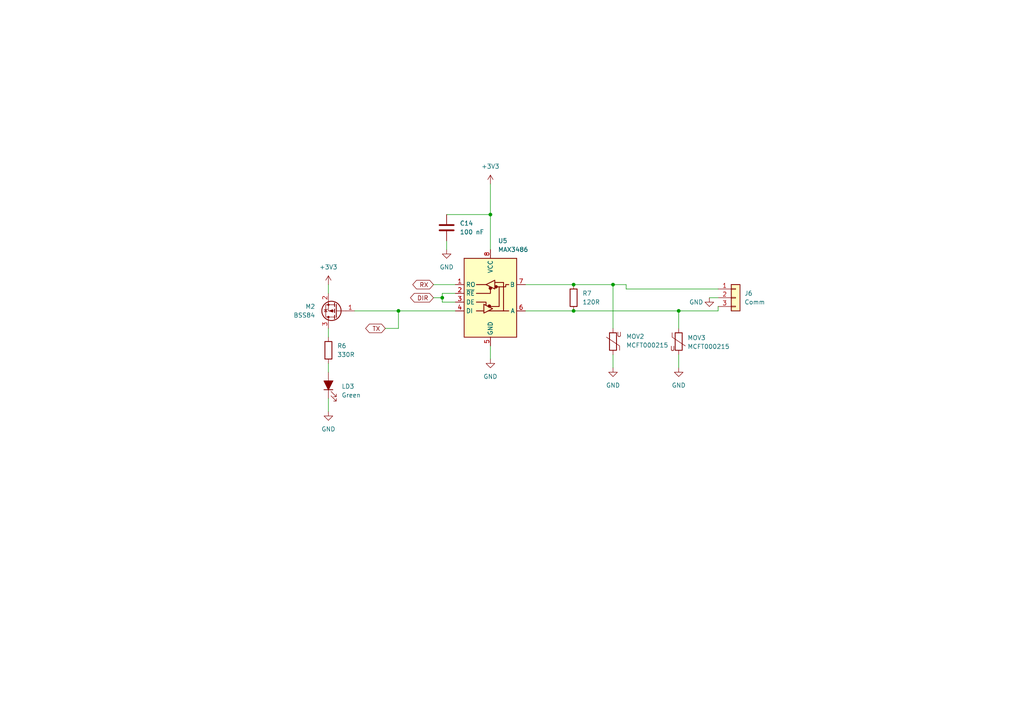
<source format=kicad_sch>
(kicad_sch (version 20230121) (generator eeschema)

  (uuid 129aff79-eb64-40b7-bc6d-5751d1d12727)

  (paper "A4")

  (lib_symbols
    (symbol "Connector_Generic:Conn_01x03" (pin_names (offset 1.016) hide) (in_bom yes) (on_board yes)
      (property "Reference" "J" (at 0 5.08 0)
        (effects (font (size 1.27 1.27)))
      )
      (property "Value" "Conn_01x03" (at 0 -5.08 0)
        (effects (font (size 1.27 1.27)))
      )
      (property "Footprint" "" (at 0 0 0)
        (effects (font (size 1.27 1.27)) hide)
      )
      (property "Datasheet" "~" (at 0 0 0)
        (effects (font (size 1.27 1.27)) hide)
      )
      (property "ki_keywords" "connector" (at 0 0 0)
        (effects (font (size 1.27 1.27)) hide)
      )
      (property "ki_description" "Generic connector, single row, 01x03, script generated (kicad-library-utils/schlib/autogen/connector/)" (at 0 0 0)
        (effects (font (size 1.27 1.27)) hide)
      )
      (property "ki_fp_filters" "Connector*:*_1x??_*" (at 0 0 0)
        (effects (font (size 1.27 1.27)) hide)
      )
      (symbol "Conn_01x03_1_1"
        (rectangle (start -1.27 -2.413) (end 0 -2.667)
          (stroke (width 0.1524) (type default))
          (fill (type none))
        )
        (rectangle (start -1.27 0.127) (end 0 -0.127)
          (stroke (width 0.1524) (type default))
          (fill (type none))
        )
        (rectangle (start -1.27 2.667) (end 0 2.413)
          (stroke (width 0.1524) (type default))
          (fill (type none))
        )
        (rectangle (start -1.27 3.81) (end 1.27 -3.81)
          (stroke (width 0.254) (type default))
          (fill (type background))
        )
        (pin passive line (at -5.08 2.54 0) (length 3.81)
          (name "Pin_1" (effects (font (size 1.27 1.27))))
          (number "1" (effects (font (size 1.27 1.27))))
        )
        (pin passive line (at -5.08 0 0) (length 3.81)
          (name "Pin_2" (effects (font (size 1.27 1.27))))
          (number "2" (effects (font (size 1.27 1.27))))
        )
        (pin passive line (at -5.08 -2.54 0) (length 3.81)
          (name "Pin_3" (effects (font (size 1.27 1.27))))
          (number "3" (effects (font (size 1.27 1.27))))
        )
      )
    )
    (symbol "Device:C" (pin_numbers hide) (pin_names (offset 0.254)) (in_bom yes) (on_board yes)
      (property "Reference" "C" (at 0.635 2.54 0)
        (effects (font (size 1.27 1.27)) (justify left))
      )
      (property "Value" "C" (at 0.635 -2.54 0)
        (effects (font (size 1.27 1.27)) (justify left))
      )
      (property "Footprint" "" (at 0.9652 -3.81 0)
        (effects (font (size 1.27 1.27)) hide)
      )
      (property "Datasheet" "~" (at 0 0 0)
        (effects (font (size 1.27 1.27)) hide)
      )
      (property "ki_keywords" "cap capacitor" (at 0 0 0)
        (effects (font (size 1.27 1.27)) hide)
      )
      (property "ki_description" "Unpolarized capacitor" (at 0 0 0)
        (effects (font (size 1.27 1.27)) hide)
      )
      (property "ki_fp_filters" "C_*" (at 0 0 0)
        (effects (font (size 1.27 1.27)) hide)
      )
      (symbol "C_0_1"
        (polyline
          (pts
            (xy -2.032 -0.762)
            (xy 2.032 -0.762)
          )
          (stroke (width 0.508) (type default))
          (fill (type none))
        )
        (polyline
          (pts
            (xy -2.032 0.762)
            (xy 2.032 0.762)
          )
          (stroke (width 0.508) (type default))
          (fill (type none))
        )
      )
      (symbol "C_1_1"
        (pin passive line (at 0 3.81 270) (length 2.794)
          (name "~" (effects (font (size 1.27 1.27))))
          (number "1" (effects (font (size 1.27 1.27))))
        )
        (pin passive line (at 0 -3.81 90) (length 2.794)
          (name "~" (effects (font (size 1.27 1.27))))
          (number "2" (effects (font (size 1.27 1.27))))
        )
      )
    )
    (symbol "Device:LED_Filled" (pin_numbers hide) (pin_names (offset 1.016) hide) (in_bom yes) (on_board yes)
      (property "Reference" "D" (at 0 2.54 0)
        (effects (font (size 1.27 1.27)))
      )
      (property "Value" "LED_Filled" (at 0 -2.54 0)
        (effects (font (size 1.27 1.27)))
      )
      (property "Footprint" "" (at 0 0 0)
        (effects (font (size 1.27 1.27)) hide)
      )
      (property "Datasheet" "~" (at 0 0 0)
        (effects (font (size 1.27 1.27)) hide)
      )
      (property "ki_keywords" "LED diode" (at 0 0 0)
        (effects (font (size 1.27 1.27)) hide)
      )
      (property "ki_description" "Light emitting diode, filled shape" (at 0 0 0)
        (effects (font (size 1.27 1.27)) hide)
      )
      (property "ki_fp_filters" "LED* LED_SMD:* LED_THT:*" (at 0 0 0)
        (effects (font (size 1.27 1.27)) hide)
      )
      (symbol "LED_Filled_0_1"
        (polyline
          (pts
            (xy -1.27 -1.27)
            (xy -1.27 1.27)
          )
          (stroke (width 0.254) (type default))
          (fill (type none))
        )
        (polyline
          (pts
            (xy -1.27 0)
            (xy 1.27 0)
          )
          (stroke (width 0) (type default))
          (fill (type none))
        )
        (polyline
          (pts
            (xy 1.27 -1.27)
            (xy 1.27 1.27)
            (xy -1.27 0)
            (xy 1.27 -1.27)
          )
          (stroke (width 0.254) (type default))
          (fill (type outline))
        )
        (polyline
          (pts
            (xy -3.048 -0.762)
            (xy -4.572 -2.286)
            (xy -3.81 -2.286)
            (xy -4.572 -2.286)
            (xy -4.572 -1.524)
          )
          (stroke (width 0) (type default))
          (fill (type none))
        )
        (polyline
          (pts
            (xy -1.778 -0.762)
            (xy -3.302 -2.286)
            (xy -2.54 -2.286)
            (xy -3.302 -2.286)
            (xy -3.302 -1.524)
          )
          (stroke (width 0) (type default))
          (fill (type none))
        )
      )
      (symbol "LED_Filled_1_1"
        (pin passive line (at -3.81 0 0) (length 2.54)
          (name "K" (effects (font (size 1.27 1.27))))
          (number "1" (effects (font (size 1.27 1.27))))
        )
        (pin passive line (at 3.81 0 180) (length 2.54)
          (name "A" (effects (font (size 1.27 1.27))))
          (number "2" (effects (font (size 1.27 1.27))))
        )
      )
    )
    (symbol "Device:Q_PMOS_GSD" (pin_names (offset 0) hide) (in_bom yes) (on_board yes)
      (property "Reference" "Q" (at 5.08 1.27 0)
        (effects (font (size 1.27 1.27)) (justify left))
      )
      (property "Value" "Q_PMOS_GSD" (at 5.08 -1.27 0)
        (effects (font (size 1.27 1.27)) (justify left))
      )
      (property "Footprint" "" (at 5.08 2.54 0)
        (effects (font (size 1.27 1.27)) hide)
      )
      (property "Datasheet" "~" (at 0 0 0)
        (effects (font (size 1.27 1.27)) hide)
      )
      (property "ki_keywords" "transistor PMOS P-MOS P-MOSFET" (at 0 0 0)
        (effects (font (size 1.27 1.27)) hide)
      )
      (property "ki_description" "P-MOSFET transistor, gate/source/drain" (at 0 0 0)
        (effects (font (size 1.27 1.27)) hide)
      )
      (symbol "Q_PMOS_GSD_0_1"
        (polyline
          (pts
            (xy 0.254 0)
            (xy -2.54 0)
          )
          (stroke (width 0) (type default))
          (fill (type none))
        )
        (polyline
          (pts
            (xy 0.254 1.905)
            (xy 0.254 -1.905)
          )
          (stroke (width 0.254) (type default))
          (fill (type none))
        )
        (polyline
          (pts
            (xy 0.762 -1.27)
            (xy 0.762 -2.286)
          )
          (stroke (width 0.254) (type default))
          (fill (type none))
        )
        (polyline
          (pts
            (xy 0.762 0.508)
            (xy 0.762 -0.508)
          )
          (stroke (width 0.254) (type default))
          (fill (type none))
        )
        (polyline
          (pts
            (xy 0.762 2.286)
            (xy 0.762 1.27)
          )
          (stroke (width 0.254) (type default))
          (fill (type none))
        )
        (polyline
          (pts
            (xy 2.54 2.54)
            (xy 2.54 1.778)
          )
          (stroke (width 0) (type default))
          (fill (type none))
        )
        (polyline
          (pts
            (xy 2.54 -2.54)
            (xy 2.54 0)
            (xy 0.762 0)
          )
          (stroke (width 0) (type default))
          (fill (type none))
        )
        (polyline
          (pts
            (xy 0.762 1.778)
            (xy 3.302 1.778)
            (xy 3.302 -1.778)
            (xy 0.762 -1.778)
          )
          (stroke (width 0) (type default))
          (fill (type none))
        )
        (polyline
          (pts
            (xy 2.286 0)
            (xy 1.27 0.381)
            (xy 1.27 -0.381)
            (xy 2.286 0)
          )
          (stroke (width 0) (type default))
          (fill (type outline))
        )
        (polyline
          (pts
            (xy 2.794 -0.508)
            (xy 2.921 -0.381)
            (xy 3.683 -0.381)
            (xy 3.81 -0.254)
          )
          (stroke (width 0) (type default))
          (fill (type none))
        )
        (polyline
          (pts
            (xy 3.302 -0.381)
            (xy 2.921 0.254)
            (xy 3.683 0.254)
            (xy 3.302 -0.381)
          )
          (stroke (width 0) (type default))
          (fill (type none))
        )
        (circle (center 1.651 0) (radius 2.794)
          (stroke (width 0.254) (type default))
          (fill (type none))
        )
        (circle (center 2.54 -1.778) (radius 0.254)
          (stroke (width 0) (type default))
          (fill (type outline))
        )
        (circle (center 2.54 1.778) (radius 0.254)
          (stroke (width 0) (type default))
          (fill (type outline))
        )
      )
      (symbol "Q_PMOS_GSD_1_1"
        (pin input line (at -5.08 0 0) (length 2.54)
          (name "G" (effects (font (size 1.27 1.27))))
          (number "1" (effects (font (size 1.27 1.27))))
        )
        (pin passive line (at 2.54 -5.08 90) (length 2.54)
          (name "S" (effects (font (size 1.27 1.27))))
          (number "2" (effects (font (size 1.27 1.27))))
        )
        (pin passive line (at 2.54 5.08 270) (length 2.54)
          (name "D" (effects (font (size 1.27 1.27))))
          (number "3" (effects (font (size 1.27 1.27))))
        )
      )
    )
    (symbol "Device:R" (pin_numbers hide) (pin_names (offset 0)) (in_bom yes) (on_board yes)
      (property "Reference" "R" (at 2.032 0 90)
        (effects (font (size 1.27 1.27)))
      )
      (property "Value" "R" (at 0 0 90)
        (effects (font (size 1.27 1.27)))
      )
      (property "Footprint" "" (at -1.778 0 90)
        (effects (font (size 1.27 1.27)) hide)
      )
      (property "Datasheet" "~" (at 0 0 0)
        (effects (font (size 1.27 1.27)) hide)
      )
      (property "ki_keywords" "R res resistor" (at 0 0 0)
        (effects (font (size 1.27 1.27)) hide)
      )
      (property "ki_description" "Resistor" (at 0 0 0)
        (effects (font (size 1.27 1.27)) hide)
      )
      (property "ki_fp_filters" "R_*" (at 0 0 0)
        (effects (font (size 1.27 1.27)) hide)
      )
      (symbol "R_0_1"
        (rectangle (start -1.016 -2.54) (end 1.016 2.54)
          (stroke (width 0.254) (type default))
          (fill (type none))
        )
      )
      (symbol "R_1_1"
        (pin passive line (at 0 3.81 270) (length 1.27)
          (name "~" (effects (font (size 1.27 1.27))))
          (number "1" (effects (font (size 1.27 1.27))))
        )
        (pin passive line (at 0 -3.81 90) (length 1.27)
          (name "~" (effects (font (size 1.27 1.27))))
          (number "2" (effects (font (size 1.27 1.27))))
        )
      )
    )
    (symbol "Device:Varistor" (pin_numbers hide) (pin_names (offset 0)) (in_bom yes) (on_board yes)
      (property "Reference" "RV" (at 3.175 0 90)
        (effects (font (size 1.27 1.27)))
      )
      (property "Value" "Varistor" (at -3.175 0 90)
        (effects (font (size 1.27 1.27)))
      )
      (property "Footprint" "" (at -1.778 0 90)
        (effects (font (size 1.27 1.27)) hide)
      )
      (property "Datasheet" "~" (at 0 0 0)
        (effects (font (size 1.27 1.27)) hide)
      )
      (property "Sim.Name" "kicad_builtin_varistor" (at 0 0 0)
        (effects (font (size 1.27 1.27)) hide)
      )
      (property "Sim.Device" "SUBCKT" (at 0 0 0)
        (effects (font (size 1.27 1.27)) hide)
      )
      (property "Sim.Pins" "1=A 2=B" (at 0 0 0)
        (effects (font (size 1.27 1.27)) hide)
      )
      (property "Sim.Params" "threshold=1k" (at 0 0 0)
        (effects (font (size 1.27 1.27)) hide)
      )
      (property "Sim.Library" "${KICAD7_SYMBOL_DIR}/Simulation_SPICE.sp" (at 0 0 0)
        (effects (font (size 1.27 1.27)) hide)
      )
      (property "ki_keywords" "VDR resistance" (at 0 0 0)
        (effects (font (size 1.27 1.27)) hide)
      )
      (property "ki_description" "Voltage dependent resistor" (at 0 0 0)
        (effects (font (size 1.27 1.27)) hide)
      )
      (property "ki_fp_filters" "RV_* Varistor*" (at 0 0 0)
        (effects (font (size 1.27 1.27)) hide)
      )
      (symbol "Varistor_0_0"
        (text "U" (at -1.778 -2.032 0)
          (effects (font (size 1.27 1.27)))
        )
      )
      (symbol "Varistor_0_1"
        (rectangle (start -1.016 -2.54) (end 1.016 2.54)
          (stroke (width 0.254) (type default))
          (fill (type none))
        )
        (polyline
          (pts
            (xy -1.905 2.54)
            (xy -1.905 1.27)
            (xy 1.905 -1.27)
          )
          (stroke (width 0) (type default))
          (fill (type none))
        )
      )
      (symbol "Varistor_1_1"
        (pin passive line (at 0 3.81 270) (length 1.27)
          (name "~" (effects (font (size 1.27 1.27))))
          (number "1" (effects (font (size 1.27 1.27))))
        )
        (pin passive line (at 0 -3.81 90) (length 1.27)
          (name "~" (effects (font (size 1.27 1.27))))
          (number "2" (effects (font (size 1.27 1.27))))
        )
      )
    )
    (symbol "Interface_UART:MAX3486" (in_bom yes) (on_board yes)
      (property "Reference" "U" (at -6.096 11.43 0)
        (effects (font (size 1.27 1.27)))
      )
      (property "Value" "MAX3486" (at 0.762 11.43 0)
        (effects (font (size 1.27 1.27)) (justify left))
      )
      (property "Footprint" "" (at 0 -17.78 0)
        (effects (font (size 1.27 1.27)) hide)
      )
      (property "Datasheet" "https://datasheets.maximintegrated.com/en/ds/MAX3483-MAX3491.pdf" (at 0 1.27 0)
        (effects (font (size 1.27 1.27)) hide)
      )
      (property "ki_keywords" "RS-485 RS-422 UART line-driver transceiver" (at 0 0 0)
        (effects (font (size 1.27 1.27)) hide)
      )
      (property "ki_description" "True RS-485/RS-422, 2.5Mbps, Slew-Rate Limited, with low-power shutdown, with receiver/driver enable, 32 receiver drive capacitity, DIP-8 and SOIC-8" (at 0 0 0)
        (effects (font (size 1.27 1.27)) hide)
      )
      (property "ki_fp_filters" "DIP*W7.62mm* SOIC*3.9x4.9mm*P1.27mm*" (at 0 0 0)
        (effects (font (size 1.27 1.27)) hide)
      )
      (symbol "MAX3486_0_1"
        (rectangle (start -7.62 10.16) (end 7.62 -12.7)
          (stroke (width 0.254) (type default))
          (fill (type background))
        )
        (circle (center -0.3048 -3.683) (radius 0.3556)
          (stroke (width 0.254) (type default))
          (fill (type outline))
        )
        (circle (center -0.0254 1.4986) (radius 0.3556)
          (stroke (width 0.254) (type default))
          (fill (type outline))
        )
        (polyline
          (pts
            (xy -4.064 -5.08)
            (xy -1.905 -5.08)
          )
          (stroke (width 0.254) (type default))
          (fill (type none))
        )
        (polyline
          (pts
            (xy -4.064 2.54)
            (xy -1.27 2.54)
          )
          (stroke (width 0.254) (type default))
          (fill (type none))
        )
        (polyline
          (pts
            (xy -1.27 -3.2004)
            (xy -1.27 -3.4544)
          )
          (stroke (width 0.254) (type default))
          (fill (type none))
        )
        (polyline
          (pts
            (xy -0.635 -5.08)
            (xy 5.334 -5.08)
          )
          (stroke (width 0.254) (type default))
          (fill (type none))
        )
        (polyline
          (pts
            (xy -4.064 -2.54)
            (xy -1.27 -2.54)
            (xy -1.27 -3.175)
          )
          (stroke (width 0.254) (type default))
          (fill (type none))
        )
        (polyline
          (pts
            (xy 0 1.27)
            (xy 0 0)
            (xy -4.064 0)
          )
          (stroke (width 0.254) (type default))
          (fill (type none))
        )
        (polyline
          (pts
            (xy 1.27 3.175)
            (xy 3.81 3.175)
            (xy 3.81 -5.08)
          )
          (stroke (width 0.254) (type default))
          (fill (type none))
        )
        (polyline
          (pts
            (xy 2.54 1.905)
            (xy 2.54 -3.81)
            (xy 0 -3.81)
          )
          (stroke (width 0.254) (type default))
          (fill (type none))
        )
        (polyline
          (pts
            (xy -1.905 -3.175)
            (xy -1.905 -5.715)
            (xy 0.635 -4.445)
            (xy -1.905 -3.175)
          )
          (stroke (width 0.254) (type default))
          (fill (type none))
        )
        (polyline
          (pts
            (xy -1.27 2.54)
            (xy 1.27 3.81)
            (xy 1.27 1.27)
            (xy -1.27 2.54)
          )
          (stroke (width 0.254) (type default))
          (fill (type none))
        )
        (polyline
          (pts
            (xy 1.905 1.905)
            (xy 4.445 1.905)
            (xy 4.445 2.54)
            (xy 5.334 2.54)
          )
          (stroke (width 0.254) (type default))
          (fill (type none))
        )
        (rectangle (start 1.27 3.175) (end 1.27 3.175)
          (stroke (width 0) (type default))
          (fill (type none))
        )
        (circle (center 1.651 1.905) (radius 0.3556)
          (stroke (width 0.254) (type default))
          (fill (type outline))
        )
      )
      (symbol "MAX3486_1_1"
        (pin output line (at -10.16 2.54 0) (length 2.54)
          (name "RO" (effects (font (size 1.27 1.27))))
          (number "1" (effects (font (size 1.27 1.27))))
        )
        (pin input line (at -10.16 0 0) (length 2.54)
          (name "~{RE}" (effects (font (size 1.27 1.27))))
          (number "2" (effects (font (size 1.27 1.27))))
        )
        (pin input line (at -10.16 -2.54 0) (length 2.54)
          (name "DE" (effects (font (size 1.27 1.27))))
          (number "3" (effects (font (size 1.27 1.27))))
        )
        (pin input line (at -10.16 -5.08 0) (length 2.54)
          (name "DI" (effects (font (size 1.27 1.27))))
          (number "4" (effects (font (size 1.27 1.27))))
        )
        (pin power_in line (at 0 -15.24 90) (length 2.54)
          (name "GND" (effects (font (size 1.27 1.27))))
          (number "5" (effects (font (size 1.27 1.27))))
        )
        (pin bidirectional line (at 10.16 -5.08 180) (length 2.54)
          (name "A" (effects (font (size 1.27 1.27))))
          (number "6" (effects (font (size 1.27 1.27))))
        )
        (pin bidirectional line (at 10.16 2.54 180) (length 2.54)
          (name "B" (effects (font (size 1.27 1.27))))
          (number "7" (effects (font (size 1.27 1.27))))
        )
        (pin power_in line (at 0 12.7 270) (length 2.54)
          (name "VCC" (effects (font (size 1.27 1.27))))
          (number "8" (effects (font (size 1.27 1.27))))
        )
      )
    )
    (symbol "power:+3V3" (power) (pin_names (offset 0)) (in_bom yes) (on_board yes)
      (property "Reference" "#PWR" (at 0 -3.81 0)
        (effects (font (size 1.27 1.27)) hide)
      )
      (property "Value" "+3V3" (at 0 3.556 0)
        (effects (font (size 1.27 1.27)))
      )
      (property "Footprint" "" (at 0 0 0)
        (effects (font (size 1.27 1.27)) hide)
      )
      (property "Datasheet" "" (at 0 0 0)
        (effects (font (size 1.27 1.27)) hide)
      )
      (property "ki_keywords" "global power" (at 0 0 0)
        (effects (font (size 1.27 1.27)) hide)
      )
      (property "ki_description" "Power symbol creates a global label with name \"+3V3\"" (at 0 0 0)
        (effects (font (size 1.27 1.27)) hide)
      )
      (symbol "+3V3_0_1"
        (polyline
          (pts
            (xy -0.762 1.27)
            (xy 0 2.54)
          )
          (stroke (width 0) (type default))
          (fill (type none))
        )
        (polyline
          (pts
            (xy 0 0)
            (xy 0 2.54)
          )
          (stroke (width 0) (type default))
          (fill (type none))
        )
        (polyline
          (pts
            (xy 0 2.54)
            (xy 0.762 1.27)
          )
          (stroke (width 0) (type default))
          (fill (type none))
        )
      )
      (symbol "+3V3_1_1"
        (pin power_in line (at 0 0 90) (length 0) hide
          (name "+3V3" (effects (font (size 1.27 1.27))))
          (number "1" (effects (font (size 1.27 1.27))))
        )
      )
    )
    (symbol "power:GND" (power) (pin_names (offset 0)) (in_bom yes) (on_board yes)
      (property "Reference" "#PWR" (at 0 -6.35 0)
        (effects (font (size 1.27 1.27)) hide)
      )
      (property "Value" "GND" (at 0 -3.81 0)
        (effects (font (size 1.27 1.27)))
      )
      (property "Footprint" "" (at 0 0 0)
        (effects (font (size 1.27 1.27)) hide)
      )
      (property "Datasheet" "" (at 0 0 0)
        (effects (font (size 1.27 1.27)) hide)
      )
      (property "ki_keywords" "global power" (at 0 0 0)
        (effects (font (size 1.27 1.27)) hide)
      )
      (property "ki_description" "Power symbol creates a global label with name \"GND\" , ground" (at 0 0 0)
        (effects (font (size 1.27 1.27)) hide)
      )
      (symbol "GND_0_1"
        (polyline
          (pts
            (xy 0 0)
            (xy 0 -1.27)
            (xy 1.27 -1.27)
            (xy 0 -2.54)
            (xy -1.27 -1.27)
            (xy 0 -1.27)
          )
          (stroke (width 0) (type default))
          (fill (type none))
        )
      )
      (symbol "GND_1_1"
        (pin power_in line (at 0 0 270) (length 0) hide
          (name "GND" (effects (font (size 1.27 1.27))))
          (number "1" (effects (font (size 1.27 1.27))))
        )
      )
    )
  )

  (junction (at 196.85 90.17) (diameter 0) (color 0 0 0 0)
    (uuid 3b73102d-bc3a-418a-a13e-3f9bfdb9319b)
  )
  (junction (at 115.57 90.17) (diameter 0) (color 0 0 0 0)
    (uuid 54521289-0223-4648-9a3a-e6abe30cf79f)
  )
  (junction (at 166.37 90.17) (diameter 0) (color 0 0 0 0)
    (uuid 5c5c4d4e-c181-479d-9a7b-4798a08c7619)
  )
  (junction (at 128.27 86.36) (diameter 0) (color 0 0 0 0)
    (uuid 7dedeef2-13d7-49ba-b61f-44f193f717fb)
  )
  (junction (at 142.24 62.23) (diameter 0) (color 0 0 0 0)
    (uuid acc528fb-ead3-4f13-8b4a-9321ac69bd7f)
  )
  (junction (at 177.8 82.55) (diameter 0) (color 0 0 0 0)
    (uuid ad82e096-b637-49c5-a55a-07bf5ea190d7)
  )
  (junction (at 166.37 82.55) (diameter 0) (color 0 0 0 0)
    (uuid b89fd5d1-a1d2-4f9f-bcb6-a46625ff59d7)
  )

  (wire (pts (xy 115.57 95.25) (xy 115.57 90.17))
    (stroke (width 0) (type default))
    (uuid 09f99990-4d23-443b-a17d-5cf5cd3436a6)
  )
  (wire (pts (xy 128.27 87.63) (xy 132.08 87.63))
    (stroke (width 0) (type default))
    (uuid 14530017-a4fb-4b86-a15d-2892a5d4da23)
  )
  (wire (pts (xy 95.25 115.57) (xy 95.25 119.38))
    (stroke (width 0) (type default))
    (uuid 19245f91-2840-4e0c-9162-309cb736ef08)
  )
  (wire (pts (xy 177.8 82.55) (xy 166.37 82.55))
    (stroke (width 0) (type default))
    (uuid 3645e602-59a4-4e26-a49a-0ec885e1e68a)
  )
  (wire (pts (xy 128.27 85.09) (xy 128.27 86.36))
    (stroke (width 0) (type default))
    (uuid 3c0dfe80-645a-4b19-8e5c-fee06b136f66)
  )
  (wire (pts (xy 125.73 82.55) (xy 132.08 82.55))
    (stroke (width 0) (type default))
    (uuid 4039e6bd-39cf-46d8-b3e2-3a3a6c8b6381)
  )
  (wire (pts (xy 196.85 90.17) (xy 196.85 95.25))
    (stroke (width 0) (type default))
    (uuid 4e834481-78bb-494a-8064-8a7c410cd680)
  )
  (wire (pts (xy 95.25 82.55) (xy 95.25 85.09))
    (stroke (width 0) (type default))
    (uuid 516e5027-1f17-4032-98f9-c7e975fdd46f)
  )
  (wire (pts (xy 177.8 102.87) (xy 177.8 106.68))
    (stroke (width 0) (type default))
    (uuid 52c119ad-cf76-4d37-8ee8-283869fc7272)
  )
  (wire (pts (xy 102.87 90.17) (xy 115.57 90.17))
    (stroke (width 0) (type default))
    (uuid 5394ffa1-23b5-4587-8e98-831186547f5d)
  )
  (wire (pts (xy 208.28 88.9) (xy 208.28 90.17))
    (stroke (width 0) (type default))
    (uuid 53de11db-2ae6-49a8-af59-68eb4d4c5986)
  )
  (wire (pts (xy 95.25 95.25) (xy 95.25 97.79))
    (stroke (width 0) (type default))
    (uuid 5c149090-c237-407a-a48c-b6159f3d75de)
  )
  (wire (pts (xy 152.4 90.17) (xy 166.37 90.17))
    (stroke (width 0) (type default))
    (uuid 6b17674c-34f4-43b5-a462-dbee48663f65)
  )
  (wire (pts (xy 129.54 69.85) (xy 129.54 72.39))
    (stroke (width 0) (type default))
    (uuid 6c50a5f3-8bd7-4d81-9a0f-f36a38241049)
  )
  (wire (pts (xy 142.24 53.34) (xy 142.24 62.23))
    (stroke (width 0) (type default))
    (uuid 6d960c7a-83d6-4ad8-9b27-e61b08bdd53e)
  )
  (wire (pts (xy 208.28 83.82) (xy 181.61 83.82))
    (stroke (width 0) (type default))
    (uuid 7507002a-597d-4c33-b9cc-fcb6a29b039d)
  )
  (wire (pts (xy 166.37 90.17) (xy 196.85 90.17))
    (stroke (width 0) (type default))
    (uuid 84a8513b-a311-44ed-b756-d028e7fe9d3b)
  )
  (wire (pts (xy 128.27 86.36) (xy 125.73 86.36))
    (stroke (width 0) (type default))
    (uuid 8cace100-6b22-456f-8350-8c3451a27e38)
  )
  (wire (pts (xy 115.57 90.17) (xy 132.08 90.17))
    (stroke (width 0) (type default))
    (uuid 9dbe7799-912d-4a05-93b1-ff824437405a)
  )
  (wire (pts (xy 205.74 86.36) (xy 208.28 86.36))
    (stroke (width 0) (type default))
    (uuid 9dd82f7f-5c15-4ace-a7cd-93f82475e179)
  )
  (wire (pts (xy 95.25 105.41) (xy 95.25 107.95))
    (stroke (width 0) (type default))
    (uuid af6835b6-b0eb-4dd7-994a-c01962af5ff1)
  )
  (wire (pts (xy 152.4 82.55) (xy 166.37 82.55))
    (stroke (width 0) (type default))
    (uuid b05d5cb2-f26b-43a7-897d-4e41e3315ad0)
  )
  (wire (pts (xy 181.61 82.55) (xy 177.8 82.55))
    (stroke (width 0) (type default))
    (uuid b2fb55b2-80cc-4c79-b699-1b81175f2169)
  )
  (wire (pts (xy 208.28 90.17) (xy 196.85 90.17))
    (stroke (width 0) (type default))
    (uuid b8175530-8932-4d58-98dd-fe1975960c6c)
  )
  (wire (pts (xy 111.76 95.25) (xy 115.57 95.25))
    (stroke (width 0) (type default))
    (uuid c585ce91-5862-4832-b3d2-493b2e62fad9)
  )
  (wire (pts (xy 132.08 85.09) (xy 128.27 85.09))
    (stroke (width 0) (type default))
    (uuid c9b0e3d3-992d-489e-8025-44f2d91557f3)
  )
  (wire (pts (xy 142.24 100.33) (xy 142.24 104.14))
    (stroke (width 0) (type default))
    (uuid cc180ee9-96ea-40e6-98bd-e97cb40d1bf4)
  )
  (wire (pts (xy 177.8 95.25) (xy 177.8 82.55))
    (stroke (width 0) (type default))
    (uuid da52a592-9459-44e3-b448-ec135ea7e9fe)
  )
  (wire (pts (xy 129.54 62.23) (xy 142.24 62.23))
    (stroke (width 0) (type default))
    (uuid ddaff98a-0271-4e67-9983-0341966fd57b)
  )
  (wire (pts (xy 196.85 102.87) (xy 196.85 106.68))
    (stroke (width 0) (type default))
    (uuid ddb296bf-2552-4b16-9c3f-1c41ccbfcf63)
  )
  (wire (pts (xy 142.24 62.23) (xy 142.24 72.39))
    (stroke (width 0) (type default))
    (uuid dffaf15d-b7c7-4ca1-b41c-2a7492cbcad3)
  )
  (wire (pts (xy 181.61 83.82) (xy 181.61 82.55))
    (stroke (width 0) (type default))
    (uuid e981a723-a33d-4edb-a12f-7c768c4f720e)
  )
  (wire (pts (xy 128.27 86.36) (xy 128.27 87.63))
    (stroke (width 0) (type default))
    (uuid f28f3d79-803b-48e9-a9e0-6a356ad88e99)
  )

  (global_label "DIR" (shape bidirectional) (at 125.73 86.36 180) (fields_autoplaced)
    (effects (font (size 1.27 1.27)) (justify right))
    (uuid 3106994d-7dd2-468e-ad51-2e6c812a16d6)
    (property "Intersheetrefs" "${INTERSHEET_REFS}" (at 118.4887 86.36 0)
      (effects (font (size 1.27 1.27)) (justify right) hide)
    )
  )
  (global_label "TX" (shape bidirectional) (at 111.76 95.25 180) (fields_autoplaced)
    (effects (font (size 1.27 1.27)) (justify right))
    (uuid ab687e79-920d-4a4e-a242-e1ee3712d838)
    (property "Intersheetrefs" "${INTERSHEET_REFS}" (at 105.4864 95.25 0)
      (effects (font (size 1.27 1.27)) (justify right) hide)
    )
  )
  (global_label "RX" (shape bidirectional) (at 125.73 82.55 180) (fields_autoplaced)
    (effects (font (size 1.27 1.27)) (justify right))
    (uuid e653b893-14b6-45c0-97a4-7c5a22773f8e)
    (property "Intersheetrefs" "${INTERSHEET_REFS}" (at 119.154 82.55 0)
      (effects (font (size 1.27 1.27)) (justify right) hide)
    )
  )

  (symbol (lib_id "power:GND") (at 142.24 104.14 0) (unit 1)
    (in_bom yes) (on_board yes) (dnp no) (fields_autoplaced)
    (uuid 0a556a7e-08e4-418a-b09f-ffa1f696db47)
    (property "Reference" "#PWR027" (at 142.24 110.49 0)
      (effects (font (size 1.27 1.27)) hide)
    )
    (property "Value" "GND" (at 142.24 109.22 0)
      (effects (font (size 1.27 1.27)))
    )
    (property "Footprint" "" (at 142.24 104.14 0)
      (effects (font (size 1.27 1.27)) hide)
    )
    (property "Datasheet" "" (at 142.24 104.14 0)
      (effects (font (size 1.27 1.27)) hide)
    )
    (pin "1" (uuid a65644b7-23a6-48fa-ac7c-d6354ff73d7d))
    (instances
      (project "Demo"
        (path "/6e73ff2b-554f-4e00-b182-1d8d7d5ce0d1/1e900fde-8eed-4bf4-8804-3253a49bf91b"
          (reference "#PWR027") (unit 1)
        )
      )
    )
  )

  (symbol (lib_id "power:+3V3") (at 142.24 53.34 0) (unit 1)
    (in_bom yes) (on_board yes) (dnp no) (fields_autoplaced)
    (uuid 1d30812b-da37-461f-8fad-222b39289bbe)
    (property "Reference" "#PWR022" (at 142.24 57.15 0)
      (effects (font (size 1.27 1.27)) hide)
    )
    (property "Value" "+3V3" (at 142.24 48.26 0)
      (effects (font (size 1.27 1.27)))
    )
    (property "Footprint" "" (at 142.24 53.34 0)
      (effects (font (size 1.27 1.27)) hide)
    )
    (property "Datasheet" "" (at 142.24 53.34 0)
      (effects (font (size 1.27 1.27)) hide)
    )
    (pin "1" (uuid 288cb66d-babf-4541-8a40-f0da0695393c))
    (instances
      (project "Demo"
        (path "/6e73ff2b-554f-4e00-b182-1d8d7d5ce0d1/1e900fde-8eed-4bf4-8804-3253a49bf91b"
          (reference "#PWR022") (unit 1)
        )
      )
    )
  )

  (symbol (lib_id "Connector_Generic:Conn_01x03") (at 213.36 86.36 0) (unit 1)
    (in_bom yes) (on_board yes) (dnp no) (fields_autoplaced)
    (uuid 2dd96498-ffd9-4bc1-9243-a0e90bf214d2)
    (property "Reference" "J6" (at 215.9 85.09 0)
      (effects (font (size 1.27 1.27)) (justify left))
    )
    (property "Value" "Comm" (at 215.9 87.63 0)
      (effects (font (size 1.27 1.27)) (justify left))
    )
    (property "Footprint" "" (at 213.36 86.36 0)
      (effects (font (size 1.27 1.27)) hide)
    )
    (property "Datasheet" "~" (at 213.36 86.36 0)
      (effects (font (size 1.27 1.27)) hide)
    )
    (property "Name" "22-05-7025" (at 213.36 86.36 0)
      (effects (font (size 1.27 1.27)) hide)
    )
    (property "Manufacturer" "Molex" (at 213.36 86.36 0)
      (effects (font (size 1.27 1.27)) hide)
    )
    (pin "3" (uuid 35ef365e-218b-4641-ab53-85fff6b72819))
    (pin "2" (uuid 36b233fb-f256-409a-98cc-aad85deb2aa8))
    (pin "1" (uuid 9ac75057-1924-4329-b6c5-f9964e9d8f78))
    (instances
      (project "Demo"
        (path "/6e73ff2b-554f-4e00-b182-1d8d7d5ce0d1/1e900fde-8eed-4bf4-8804-3253a49bf91b"
          (reference "J6") (unit 1)
        )
      )
    )
  )

  (symbol (lib_id "Device:LED_Filled") (at 95.25 111.76 90) (unit 1)
    (in_bom yes) (on_board yes) (dnp no) (fields_autoplaced)
    (uuid 2fad7dab-acf9-44d4-9995-188fdda05a45)
    (property "Reference" "LD3" (at 99.06 112.0775 90)
      (effects (font (size 1.27 1.27)) (justify right))
    )
    (property "Value" "Green" (at 99.06 114.6175 90)
      (effects (font (size 1.27 1.27)) (justify right))
    )
    (property "Footprint" "LED_THT:LED_D5.0mm" (at 95.25 111.76 0)
      (effects (font (size 1.27 1.27)) hide)
    )
    (property "Datasheet" "~" (at 95.25 111.76 0)
      (effects (font (size 1.27 1.27)) hide)
    )
    (property "Name" "703-0097" (at 95.25 111.76 0)
      (effects (font (size 1.27 1.27)) hide)
    )
    (property "Manufacturer" "multicomp" (at 95.25 111.76 0)
      (effects (font (size 1.27 1.27)) hide)
    )
    (pin "2" (uuid 6e5b6b22-24fd-4f7a-a6c9-82a6c14af05f))
    (pin "1" (uuid 9c15215a-d9ba-4671-bb47-407122a7f15b))
    (instances
      (project "Demo"
        (path "/6e73ff2b-554f-4e00-b182-1d8d7d5ce0d1/1e900fde-8eed-4bf4-8804-3253a49bf91b"
          (reference "LD3") (unit 1)
        )
      )
    )
  )

  (symbol (lib_id "power:GND") (at 205.74 86.36 0) (unit 1)
    (in_bom yes) (on_board yes) (dnp no)
    (uuid 35bc82a9-ad82-4f9f-a253-2c0979975509)
    (property "Reference" "#PWR024" (at 205.74 92.71 0)
      (effects (font (size 1.27 1.27)) hide)
    )
    (property "Value" "GND" (at 201.93 87.63 0)
      (effects (font (size 1.27 1.27)))
    )
    (property "Footprint" "" (at 205.74 86.36 0)
      (effects (font (size 1.27 1.27)) hide)
    )
    (property "Datasheet" "" (at 205.74 86.36 0)
      (effects (font (size 1.27 1.27)) hide)
    )
    (pin "1" (uuid ce606634-545d-47f8-b25e-7bb7a89bba0d))
    (instances
      (project "Demo"
        (path "/6e73ff2b-554f-4e00-b182-1d8d7d5ce0d1/1e900fde-8eed-4bf4-8804-3253a49bf91b"
          (reference "#PWR024") (unit 1)
        )
      )
    )
  )

  (symbol (lib_id "Device:C") (at 129.54 66.04 0) (unit 1)
    (in_bom yes) (on_board yes) (dnp no) (fields_autoplaced)
    (uuid 495e207b-24ed-4a69-8579-8ffe7bbcd2f1)
    (property "Reference" "C14" (at 133.35 64.77 0)
      (effects (font (size 1.27 1.27)) (justify left))
    )
    (property "Value" "100 nF" (at 133.35 67.31 0)
      (effects (font (size 1.27 1.27)) (justify left))
    )
    (property "Footprint" "Capacitor_SMD:C_0805_2012Metric" (at 130.5052 69.85 0)
      (effects (font (size 1.27 1.27)) hide)
    )
    (property "Datasheet" "~" (at 129.54 66.04 0)
      (effects (font (size 1.27 1.27)) hide)
    )
    (property "Name" "" (at 129.54 66.04 0)
      (effects (font (size 1.27 1.27)) hide)
    )
    (property "Manufacturer" "" (at 129.54 66.04 0)
      (effects (font (size 1.27 1.27)) hide)
    )
    (pin "2" (uuid ea668143-5b1e-496c-8db1-39c849a4351c))
    (pin "1" (uuid 6d296ae8-9ebc-400c-8292-d8ae99ecbbfc))
    (instances
      (project "Demo"
        (path "/6e73ff2b-554f-4e00-b182-1d8d7d5ce0d1/1e900fde-8eed-4bf4-8804-3253a49bf91b"
          (reference "C14") (unit 1)
        )
      )
    )
  )

  (symbol (lib_id "Device:R") (at 95.25 101.6 0) (unit 1)
    (in_bom yes) (on_board yes) (dnp no) (fields_autoplaced)
    (uuid 4da12277-cfcf-4dbe-9d17-009340ca8a3b)
    (property "Reference" "R6" (at 97.79 100.33 0)
      (effects (font (size 1.27 1.27)) (justify left))
    )
    (property "Value" "330R" (at 97.79 102.87 0)
      (effects (font (size 1.27 1.27)) (justify left))
    )
    (property "Footprint" "Resistor_SMD:R_1206_3216Metric" (at 93.472 101.6 90)
      (effects (font (size 1.27 1.27)) hide)
    )
    (property "Datasheet" "~" (at 95.25 101.6 0)
      (effects (font (size 1.27 1.27)) hide)
    )
    (property "Name" "" (at 95.25 101.6 0)
      (effects (font (size 1.27 1.27)) hide)
    )
    (property "Manufacturer" "" (at 95.25 101.6 0)
      (effects (font (size 1.27 1.27)) hide)
    )
    (pin "1" (uuid 8ee88575-61fb-4b04-844a-6decd3a926ab))
    (pin "2" (uuid 087d4fbe-dd63-4c6a-8e43-7eed4cafa08c))
    (instances
      (project "Demo"
        (path "/6e73ff2b-554f-4e00-b182-1d8d7d5ce0d1/1e900fde-8eed-4bf4-8804-3253a49bf91b"
          (reference "R6") (unit 1)
        )
      )
    )
  )

  (symbol (lib_id "Device:Varistor") (at 196.85 99.06 0) (unit 1)
    (in_bom yes) (on_board yes) (dnp no) (fields_autoplaced)
    (uuid 52d9cbb8-4679-4723-b5f1-5894eb1fbc73)
    (property "Reference" "MOV3" (at 199.39 97.9833 0)
      (effects (font (size 1.27 1.27)) (justify left))
    )
    (property "Value" "MCFT000215" (at 199.39 100.5233 0)
      (effects (font (size 1.27 1.27)) (justify left))
    )
    (property "Footprint" "Varistor:RV_Disc_D7mm_W3.4mm_P5mm" (at 195.072 99.06 90)
      (effects (font (size 1.27 1.27)) hide)
    )
    (property "Datasheet" "~" (at 196.85 99.06 0)
      (effects (font (size 1.27 1.27)) hide)
    )
    (property "Sim.Name" "kicad_builtin_varistor" (at 196.85 99.06 0)
      (effects (font (size 1.27 1.27)) hide)
    )
    (property "Sim.Device" "SUBCKT" (at 196.85 99.06 0)
      (effects (font (size 1.27 1.27)) hide)
    )
    (property "Sim.Pins" "1=A 2=B" (at 196.85 99.06 0)
      (effects (font (size 1.27 1.27)) hide)
    )
    (property "Sim.Params" "threshold=1k" (at 196.85 99.06 0)
      (effects (font (size 1.27 1.27)) hide)
    )
    (property "Sim.Library" "${KICAD7_SYMBOL_DIR}/Simulation_SPICE.sp" (at 196.85 99.06 0)
      (effects (font (size 1.27 1.27)) hide)
    )
    (property "Name" "MCFT000215" (at 196.85 99.06 0)
      (effects (font (size 1.27 1.27)) hide)
    )
    (property "Manufacturer" "multicomp" (at 196.85 99.06 0)
      (effects (font (size 1.27 1.27)) hide)
    )
    (pin "1" (uuid 2231b6b6-f646-4717-b36a-7ef62a747fef))
    (pin "2" (uuid fd3a3c92-6606-4515-bda5-75153e4c5621))
    (instances
      (project "Demo"
        (path "/6e73ff2b-554f-4e00-b182-1d8d7d5ce0d1/1e900fde-8eed-4bf4-8804-3253a49bf91b"
          (reference "MOV3") (unit 1)
        )
      )
    )
  )

  (symbol (lib_id "power:+3V3") (at 95.25 82.55 0) (unit 1)
    (in_bom yes) (on_board yes) (dnp no) (fields_autoplaced)
    (uuid 6c45ce78-e785-4136-b0d1-b404bf13dc96)
    (property "Reference" "#PWR028" (at 95.25 86.36 0)
      (effects (font (size 1.27 1.27)) hide)
    )
    (property "Value" "+3V3" (at 95.25 77.47 0)
      (effects (font (size 1.27 1.27)))
    )
    (property "Footprint" "" (at 95.25 82.55 0)
      (effects (font (size 1.27 1.27)) hide)
    )
    (property "Datasheet" "" (at 95.25 82.55 0)
      (effects (font (size 1.27 1.27)) hide)
    )
    (pin "1" (uuid 1762ce28-2dd0-4b93-81dc-8b9c954dd4bb))
    (instances
      (project "Demo"
        (path "/6e73ff2b-554f-4e00-b182-1d8d7d5ce0d1/1e900fde-8eed-4bf4-8804-3253a49bf91b"
          (reference "#PWR028") (unit 1)
        )
      )
    )
  )

  (symbol (lib_id "Interface_UART:MAX3486") (at 142.24 85.09 0) (unit 1)
    (in_bom yes) (on_board yes) (dnp no)
    (uuid 6eaab190-c8c7-4ba9-a154-46f0f85a59fd)
    (property "Reference" "U5" (at 144.4341 69.85 0)
      (effects (font (size 1.27 1.27)) (justify left))
    )
    (property "Value" "MAX3486" (at 144.4341 72.39 0)
      (effects (font (size 1.27 1.27)) (justify left))
    )
    (property "Footprint" "Package_SO:SOIC-8_3.9x4.9mm_P1.27mm" (at 142.24 102.87 0)
      (effects (font (size 1.27 1.27)) hide)
    )
    (property "Datasheet" "https://datasheets.maximintegrated.com/en/ds/MAX3483-MAX3491.pdf" (at 142.24 83.82 0)
      (effects (font (size 1.27 1.27)) hide)
    )
    (property "Name" "MAX3486" (at 142.24 85.09 0)
      (effects (font (size 1.27 1.27)) hide)
    )
    (property "Manufacturer" "Maxim" (at 142.24 85.09 0)
      (effects (font (size 1.27 1.27)) hide)
    )
    (pin "7" (uuid 5a97d960-3405-4a13-88ac-587d5d34b516))
    (pin "2" (uuid a95964d6-bf7b-4f6b-97db-7fe4dbfa2d8f))
    (pin "8" (uuid b9677037-3854-48fa-b947-0c6ec246dadc))
    (pin "3" (uuid 5c61bca8-f276-47cd-9ef8-e1ddf767ef6b))
    (pin "4" (uuid 21c8ffe8-3c83-4274-80a1-01c7694087a7))
    (pin "5" (uuid b1c34591-6437-44a7-9135-9bbb5fc6886c))
    (pin "1" (uuid b1cc21e0-0636-4b7e-b3e9-3338254e485e))
    (pin "6" (uuid 42b9a523-5bbb-4a14-a9d6-bd879fbdd2b2))
    (instances
      (project "Demo"
        (path "/6e73ff2b-554f-4e00-b182-1d8d7d5ce0d1/1e900fde-8eed-4bf4-8804-3253a49bf91b"
          (reference "U5") (unit 1)
        )
      )
    )
  )

  (symbol (lib_id "power:GND") (at 95.25 119.38 0) (unit 1)
    (in_bom yes) (on_board yes) (dnp no) (fields_autoplaced)
    (uuid 87f36680-38e0-41d9-b147-fbac63c83470)
    (property "Reference" "#PWR029" (at 95.25 125.73 0)
      (effects (font (size 1.27 1.27)) hide)
    )
    (property "Value" "GND" (at 95.25 124.46 0)
      (effects (font (size 1.27 1.27)))
    )
    (property "Footprint" "" (at 95.25 119.38 0)
      (effects (font (size 1.27 1.27)) hide)
    )
    (property "Datasheet" "" (at 95.25 119.38 0)
      (effects (font (size 1.27 1.27)) hide)
    )
    (pin "1" (uuid 14edb307-6ddd-4f07-8424-410e10bccc8f))
    (instances
      (project "Demo"
        (path "/6e73ff2b-554f-4e00-b182-1d8d7d5ce0d1/1e900fde-8eed-4bf4-8804-3253a49bf91b"
          (reference "#PWR029") (unit 1)
        )
      )
    )
  )

  (symbol (lib_id "power:GND") (at 177.8 106.68 0) (unit 1)
    (in_bom yes) (on_board yes) (dnp no) (fields_autoplaced)
    (uuid a6574ddf-4ce2-474e-b624-c6d3850743ee)
    (property "Reference" "#PWR025" (at 177.8 113.03 0)
      (effects (font (size 1.27 1.27)) hide)
    )
    (property "Value" "GND" (at 177.8 111.76 0)
      (effects (font (size 1.27 1.27)))
    )
    (property "Footprint" "" (at 177.8 106.68 0)
      (effects (font (size 1.27 1.27)) hide)
    )
    (property "Datasheet" "" (at 177.8 106.68 0)
      (effects (font (size 1.27 1.27)) hide)
    )
    (pin "1" (uuid ee72301b-e6ee-4000-a512-42b4c70a7eac))
    (instances
      (project "Demo"
        (path "/6e73ff2b-554f-4e00-b182-1d8d7d5ce0d1/1e900fde-8eed-4bf4-8804-3253a49bf91b"
          (reference "#PWR025") (unit 1)
        )
      )
    )
  )

  (symbol (lib_id "Device:Q_PMOS_GSD") (at 97.79 90.17 180) (unit 1)
    (in_bom yes) (on_board yes) (dnp no) (fields_autoplaced)
    (uuid ae959d3d-67bb-49a1-bedf-98aeb6bdf7a7)
    (property "Reference" "M2" (at 91.44 88.9 0)
      (effects (font (size 1.27 1.27)) (justify left))
    )
    (property "Value" "BSS84" (at 91.44 91.44 0)
      (effects (font (size 1.27 1.27)) (justify left))
    )
    (property "Footprint" "Package_TO_SOT_SMD:SOT-23" (at 92.71 92.71 0)
      (effects (font (size 1.27 1.27)) hide)
    )
    (property "Datasheet" "~" (at 97.79 90.17 0)
      (effects (font (size 1.27 1.27)) hide)
    )
    (property "Name" "BSS84" (at 97.79 90.17 0)
      (effects (font (size 1.27 1.27)) hide)
    )
    (property "Manufacturer" "ON" (at 97.79 90.17 0)
      (effects (font (size 1.27 1.27)) hide)
    )
    (pin "3" (uuid eb78439f-94d6-408e-a838-d16b657f590b))
    (pin "2" (uuid 70527956-2493-47fc-ae87-ecdb507c2bf8))
    (pin "1" (uuid 10305c65-260a-465c-926b-a39be6a8dd1e))
    (instances
      (project "Demo"
        (path "/6e73ff2b-554f-4e00-b182-1d8d7d5ce0d1/1e900fde-8eed-4bf4-8804-3253a49bf91b"
          (reference "M2") (unit 1)
        )
      )
    )
  )

  (symbol (lib_id "Device:R") (at 166.37 86.36 0) (unit 1)
    (in_bom yes) (on_board yes) (dnp no) (fields_autoplaced)
    (uuid af622d84-f4f5-42ef-a746-29e428e94f79)
    (property "Reference" "R7" (at 168.91 85.09 0)
      (effects (font (size 1.27 1.27)) (justify left))
    )
    (property "Value" "120R" (at 168.91 87.63 0)
      (effects (font (size 1.27 1.27)) (justify left))
    )
    (property "Footprint" "Resistor_SMD:R_1206_3216Metric" (at 164.592 86.36 90)
      (effects (font (size 1.27 1.27)) hide)
    )
    (property "Datasheet" "~" (at 166.37 86.36 0)
      (effects (font (size 1.27 1.27)) hide)
    )
    (property "Name" "" (at 166.37 86.36 0)
      (effects (font (size 1.27 1.27)) hide)
    )
    (property "Manufacturer" "" (at 166.37 86.36 0)
      (effects (font (size 1.27 1.27)) hide)
    )
    (pin "1" (uuid 6c7d0edf-7c0e-4c72-bd3d-ec17f37a79ae))
    (pin "2" (uuid 6888ea52-5b3b-4b08-b732-e67e615ca33a))
    (instances
      (project "Demo"
        (path "/6e73ff2b-554f-4e00-b182-1d8d7d5ce0d1/1e900fde-8eed-4bf4-8804-3253a49bf91b"
          (reference "R7") (unit 1)
        )
      )
    )
  )

  (symbol (lib_id "power:GND") (at 196.85 106.68 0) (unit 1)
    (in_bom yes) (on_board yes) (dnp no) (fields_autoplaced)
    (uuid b534c9c0-6a0f-41e3-84d0-82ca5f3f989d)
    (property "Reference" "#PWR026" (at 196.85 113.03 0)
      (effects (font (size 1.27 1.27)) hide)
    )
    (property "Value" "GND" (at 196.85 111.76 0)
      (effects (font (size 1.27 1.27)))
    )
    (property "Footprint" "" (at 196.85 106.68 0)
      (effects (font (size 1.27 1.27)) hide)
    )
    (property "Datasheet" "" (at 196.85 106.68 0)
      (effects (font (size 1.27 1.27)) hide)
    )
    (pin "1" (uuid fd2fa950-cc49-47a6-be6b-2d4a387500a4))
    (instances
      (project "Demo"
        (path "/6e73ff2b-554f-4e00-b182-1d8d7d5ce0d1/1e900fde-8eed-4bf4-8804-3253a49bf91b"
          (reference "#PWR026") (unit 1)
        )
      )
    )
  )

  (symbol (lib_id "power:GND") (at 129.54 72.39 0) (unit 1)
    (in_bom yes) (on_board yes) (dnp no) (fields_autoplaced)
    (uuid bdbeb940-e151-4b56-8de0-fd63fe6df5bd)
    (property "Reference" "#PWR023" (at 129.54 78.74 0)
      (effects (font (size 1.27 1.27)) hide)
    )
    (property "Value" "GND" (at 129.54 77.47 0)
      (effects (font (size 1.27 1.27)))
    )
    (property "Footprint" "" (at 129.54 72.39 0)
      (effects (font (size 1.27 1.27)) hide)
    )
    (property "Datasheet" "" (at 129.54 72.39 0)
      (effects (font (size 1.27 1.27)) hide)
    )
    (pin "1" (uuid 8c8fa45f-b242-4960-a7bd-bc857c0021ef))
    (instances
      (project "Demo"
        (path "/6e73ff2b-554f-4e00-b182-1d8d7d5ce0d1/1e900fde-8eed-4bf4-8804-3253a49bf91b"
          (reference "#PWR023") (unit 1)
        )
      )
    )
  )

  (symbol (lib_id "Device:Varistor") (at 177.8 99.06 180) (unit 1)
    (in_bom yes) (on_board yes) (dnp no) (fields_autoplaced)
    (uuid c81ac9e2-9586-4372-8c50-00b4e7782e56)
    (property "Reference" "MOV2" (at 181.61 97.5967 0)
      (effects (font (size 1.27 1.27)) (justify right))
    )
    (property "Value" "MCFT000215" (at 181.61 100.1367 0)
      (effects (font (size 1.27 1.27)) (justify right))
    )
    (property "Footprint" "Varistor:RV_Disc_D7mm_W3.4mm_P5mm" (at 179.578 99.06 90)
      (effects (font (size 1.27 1.27)) hide)
    )
    (property "Datasheet" "~" (at 177.8 99.06 0)
      (effects (font (size 1.27 1.27)) hide)
    )
    (property "Sim.Name" "kicad_builtin_varistor" (at 177.8 99.06 0)
      (effects (font (size 1.27 1.27)) hide)
    )
    (property "Sim.Device" "SUBCKT" (at 177.8 99.06 0)
      (effects (font (size 1.27 1.27)) hide)
    )
    (property "Sim.Pins" "1=A 2=B" (at 177.8 99.06 0)
      (effects (font (size 1.27 1.27)) hide)
    )
    (property "Sim.Params" "threshold=1k" (at 177.8 99.06 0)
      (effects (font (size 1.27 1.27)) hide)
    )
    (property "Sim.Library" "${KICAD7_SYMBOL_DIR}/Simulation_SPICE.sp" (at 177.8 99.06 0)
      (effects (font (size 1.27 1.27)) hide)
    )
    (property "Name" "MCFT000215" (at 177.8 99.06 0)
      (effects (font (size 1.27 1.27)) hide)
    )
    (property "Manufacturer" "multicomp" (at 177.8 99.06 0)
      (effects (font (size 1.27 1.27)) hide)
    )
    (pin "1" (uuid 65baae65-0c10-4e0d-9a5c-13ccf614082a))
    (pin "2" (uuid 7e46abc0-b5d3-421f-a4a6-fc5164664831))
    (instances
      (project "Demo"
        (path "/6e73ff2b-554f-4e00-b182-1d8d7d5ce0d1/1e900fde-8eed-4bf4-8804-3253a49bf91b"
          (reference "MOV2") (unit 1)
        )
      )
    )
  )
)

</source>
